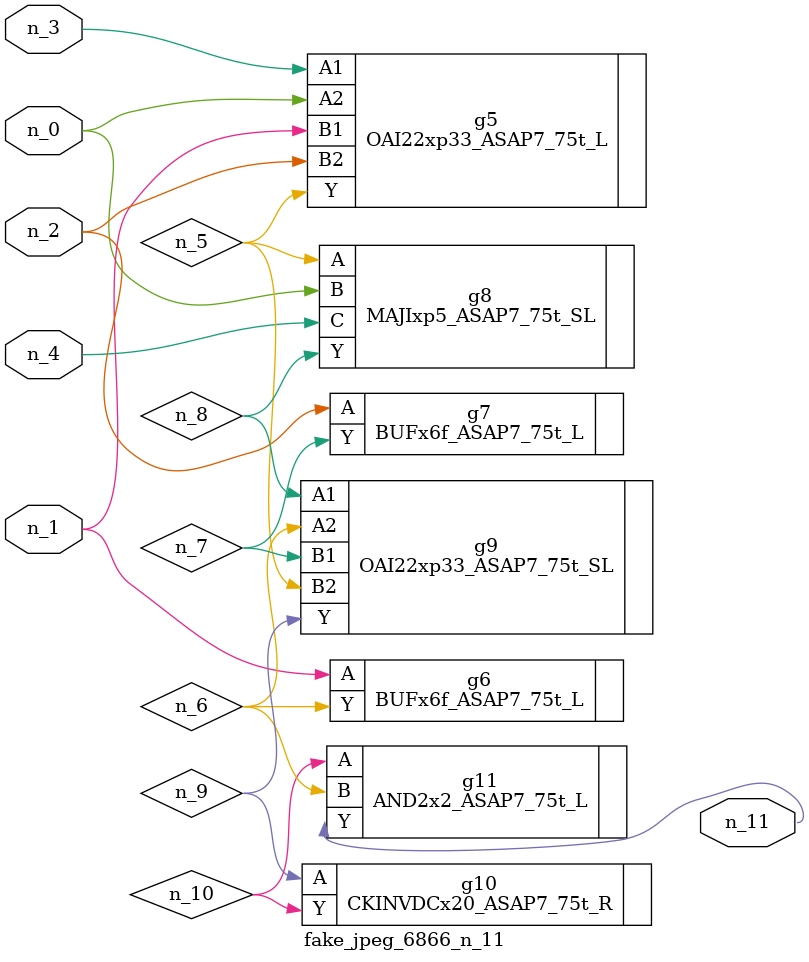
<source format=v>
module fake_jpeg_6866_n_11 (n_3, n_2, n_1, n_0, n_4, n_11);

input n_3;
input n_2;
input n_1;
input n_0;
input n_4;

output n_11;

wire n_10;
wire n_8;
wire n_9;
wire n_6;
wire n_5;
wire n_7;

OAI22xp33_ASAP7_75t_L g5 ( 
.A1(n_3),
.A2(n_0),
.B1(n_1),
.B2(n_2),
.Y(n_5)
);

BUFx6f_ASAP7_75t_L g6 ( 
.A(n_1),
.Y(n_6)
);

BUFx6f_ASAP7_75t_L g7 ( 
.A(n_2),
.Y(n_7)
);

MAJIxp5_ASAP7_75t_SL g8 ( 
.A(n_5),
.B(n_0),
.C(n_4),
.Y(n_8)
);

OAI22xp33_ASAP7_75t_SL g9 ( 
.A1(n_8),
.A2(n_6),
.B1(n_7),
.B2(n_5),
.Y(n_9)
);

CKINVDCx20_ASAP7_75t_R g10 ( 
.A(n_9),
.Y(n_10)
);

AND2x2_ASAP7_75t_L g11 ( 
.A(n_10),
.B(n_6),
.Y(n_11)
);


endmodule
</source>
